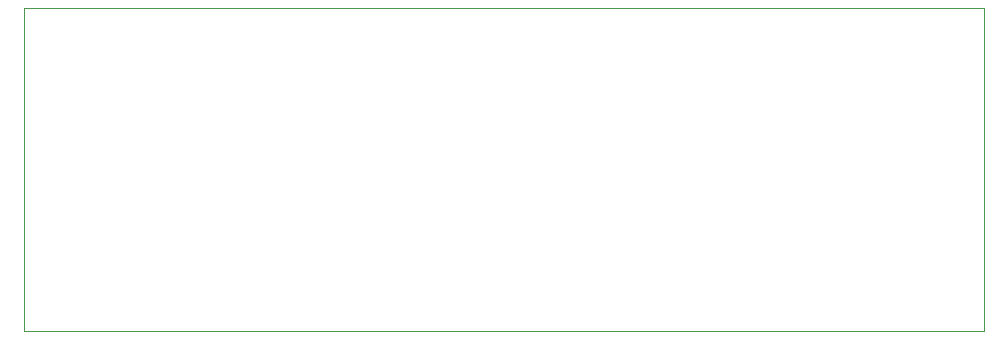
<source format=gbr>
%TF.GenerationSoftware,KiCad,Pcbnew,(5.1.8)-1*%
%TF.CreationDate,2022-10-23T00:45:01+03:00*%
%TF.ProjectId,MUX2x1,4d555832-7831-42e6-9b69-6361645f7063,rev?*%
%TF.SameCoordinates,Original*%
%TF.FileFunction,Profile,NP*%
%FSLAX46Y46*%
G04 Gerber Fmt 4.6, Leading zero omitted, Abs format (unit mm)*
G04 Created by KiCad (PCBNEW (5.1.8)-1) date 2022-10-23 00:45:01*
%MOMM*%
%LPD*%
G01*
G04 APERTURE LIST*
%TA.AperFunction,Profile*%
%ADD10C,0.050000*%
%TD*%
G04 APERTURE END LIST*
D10*
X48260000Y-56515000D02*
X48260000Y-83820000D01*
X129540000Y-56515000D02*
X48260000Y-56515000D01*
X129540000Y-83820000D02*
X129540000Y-56515000D01*
X48260000Y-83820000D02*
X129540000Y-83820000D01*
M02*

</source>
